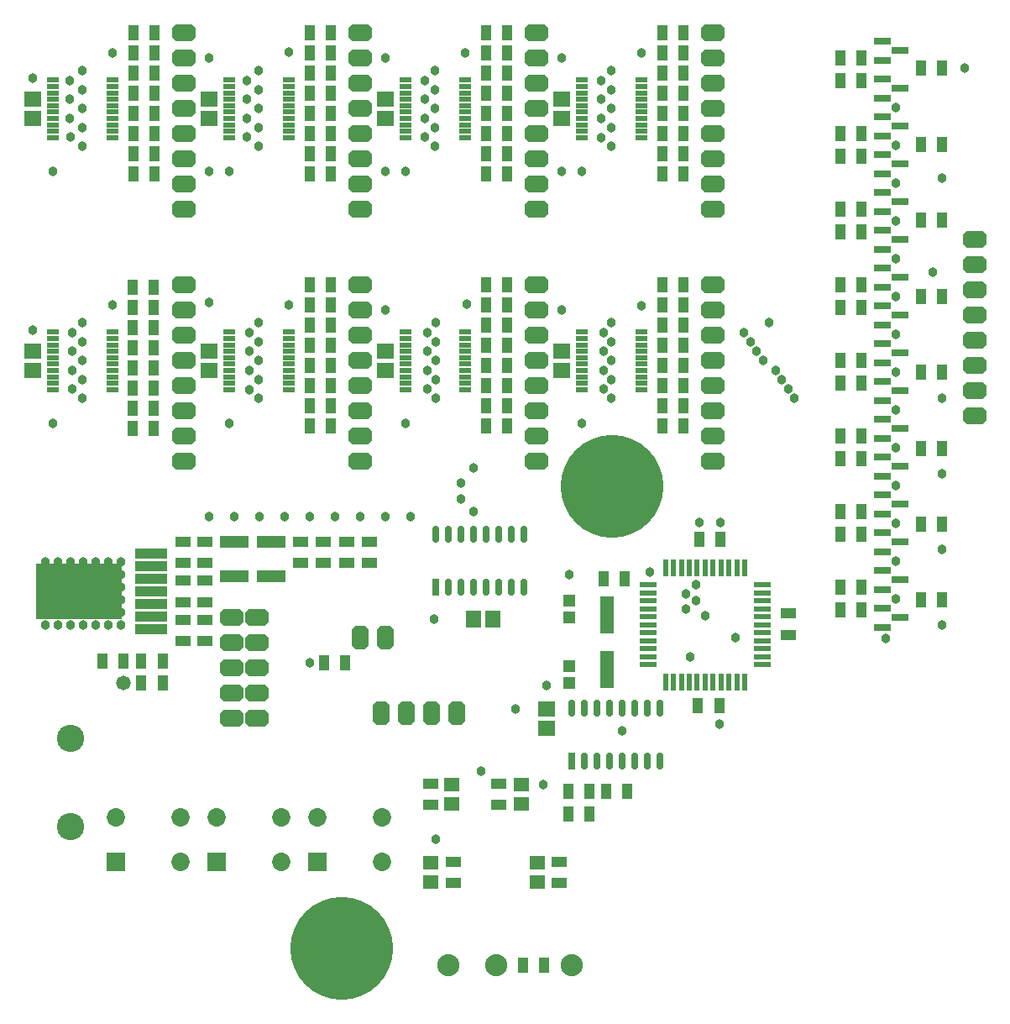
<source format=gts>
%FSTAX23Y23*%
%MOIN*%
%SFA1B1*%

%IPPOS*%
%AMD68*
4,1,8,-0.046500,0.017000,-0.046500,-0.017000,-0.029500,-0.034000,0.029500,-0.034000,0.046500,-0.017000,0.046500,0.017000,0.029500,0.034000,-0.029500,0.034000,-0.046500,0.017000,0.0*
%
%AMD69*
4,1,8,-0.017000,-0.046500,0.017000,-0.046500,0.034000,-0.029500,0.034000,0.029500,0.017000,0.046500,-0.017000,0.046500,-0.034000,0.029500,-0.034000,-0.029500,-0.017000,-0.046500,0.0*
%
%ADD50R,0.047370X0.051310*%
%ADD51R,0.041470X0.063120*%
%ADD52R,0.344220X0.218630*%
%ADD53R,0.128470X0.043040*%
%ADD54R,0.067060X0.023980*%
%ADD55R,0.023980X0.067060*%
%ADD56R,0.067060X0.059180*%
%ADD57R,0.118240X0.045400*%
%ADD58R,0.067060X0.031620*%
%ADD59R,0.055240X0.145790*%
%ADD60O,0.029650X0.067060*%
%ADD61R,0.029650X0.067060*%
%ADD62R,0.059180X0.053280*%
%ADD63R,0.047370X0.021780*%
%ADD64R,0.063120X0.041470*%
%ADD65R,0.059180X0.067060*%
%ADD66R,0.072960X0.072960*%
%ADD67C,0.072960*%
G04~CAMADD=68~4~0.0~0.0~680.0~930.0~0.0~170.0~0~0.0~0.0~0.0~0.0~0~0.0~0.0~0.0~0.0~0~0.0~0.0~0.0~90.0~930.0~680.0*
%ADD68D68*%
G04~CAMADD=69~4~0.0~0.0~680.0~930.0~0.0~170.0~0~0.0~0.0~0.0~0.0~0~0.0~0.0~0.0~0.0~0~0.0~0.0~0.0~180.0~680.0~930.0*
%ADD69D69*%
%ADD70C,0.038000*%
%ADD71C,0.088000*%
%ADD72C,0.058000*%
%ADD73C,0.408000*%
%ADD74C,0.108000*%
%LNledcube-1*%
%LPD*%
G54D50*
X0323Y02321D03*
Y02388D03*
Y02581D03*
Y02648D03*
G54D51*
X02257Y024D03*
X02342D03*
X04712Y0476D03*
X04627D03*
X03747Y0289D03*
X03832D03*
X01377Y02408D03*
X01462D03*
X01617Y02321D03*
X01532D03*
X01617Y02409D03*
X01532D03*
X03827Y0223D03*
X03742D03*
X03312Y0189D03*
X03227D03*
X03462D03*
X03377D03*
X03312Y018D03*
X03227D03*
X03367Y02735D03*
X03452D03*
X022Y049D03*
X02284D03*
X029D03*
X02984D03*
X036D03*
X03684D03*
X022Y0482D03*
X02284D03*
X029D03*
X02984D03*
X036D03*
X03684D03*
X022Y0474D03*
X02284D03*
X029D03*
X02984D03*
X036D03*
X03684D03*
X022Y0466D03*
X02284D03*
X029D03*
X02984D03*
X036D03*
X03684D03*
X022Y0458D03*
X02284D03*
X029D03*
X02984D03*
X036D03*
X03684D03*
X022Y045D03*
X02284D03*
X029D03*
X02984D03*
X036D03*
X03684D03*
X022Y0442D03*
X02284D03*
X029D03*
X02984D03*
X036D03*
X03684D03*
X015Y0434D03*
X01584D03*
X022D03*
X02284D03*
X029D03*
X02984D03*
X036D03*
X03684D03*
X01497Y0357D03*
X01582D03*
X01497Y0349D03*
X01582D03*
X01497Y0341D03*
X01582D03*
X04307Y027D03*
X04392D03*
X04307Y0261D03*
X04392D03*
X04307Y03D03*
X04392D03*
X04307Y0291D03*
X04392D03*
X04307Y033D03*
X04392D03*
X04307Y0321D03*
X04392D03*
X04307Y036D03*
X04392D03*
X04307Y0351D03*
X04392D03*
X04307Y039D03*
X04392D03*
X04307Y0381D03*
X04392D03*
X04307Y042D03*
X04392D03*
X04307Y0411D03*
X04392D03*
X04307Y045D03*
X04392D03*
X04307Y0441D03*
X04392D03*
X04307Y048D03*
X04392D03*
X04307Y0471D03*
X04392D03*
X04712Y0265D03*
X04627D03*
X04712Y02951D03*
X04627D03*
X04712Y03252D03*
X04627D03*
X04712Y03554D03*
X04627D03*
X04712Y03855D03*
X04627D03*
X04712Y04157D03*
X04627D03*
X04712Y04458D03*
X04627D03*
X03132Y012D03*
X03047D03*
X036Y0334D03*
X03684D03*
X036Y0342D03*
X03684D03*
X036Y035D03*
X03684D03*
X036Y0358D03*
X03684D03*
X036Y0366D03*
X03684D03*
X036Y0374D03*
X03684D03*
X036Y0382D03*
X03684D03*
X036Y039D03*
X03684D03*
X029Y0334D03*
X02984D03*
X029Y0342D03*
X02984D03*
X029Y035D03*
X02984D03*
X029Y0358D03*
X02984D03*
X029Y0366D03*
X02984D03*
X029Y0374D03*
X02984D03*
X029Y0382D03*
X02984D03*
X029Y039D03*
X02984D03*
X022Y0334D03*
X02284D03*
X01497Y0333D03*
X01582D03*
X022Y0342D03*
X02284D03*
X022Y035D03*
X02284D03*
X022Y0358D03*
X02284D03*
X022Y0366D03*
X02284D03*
X022Y0374D03*
X02284D03*
X022Y0382D03*
X02284D03*
X022Y039D03*
X02284D03*
X01497Y0373D03*
X01582D03*
X01497Y0381D03*
X01582D03*
X01497Y0365D03*
X01582D03*
X01497Y0389D03*
X01582D03*
X015Y0442D03*
X01584D03*
X015Y045D03*
X01584D03*
X015Y0458D03*
X01584D03*
X015Y0466D03*
X01584D03*
X015Y0474D03*
X01584D03*
X015Y0482D03*
X01584D03*
X015Y049D03*
X01584D03*
G54D52*
X01283Y02685D03*
G54D53*
X01571Y02535D03*
Y02585D03*
Y02635D03*
Y02685D03*
Y02735D03*
Y02785D03*
Y02835D03*
G54D54*
X03545Y0271D03*
Y02678D03*
Y02647D03*
Y02615D03*
Y02584D03*
Y02552D03*
Y02521D03*
Y02489D03*
Y02458D03*
Y02426D03*
Y02395D03*
X03997D03*
Y02426D03*
Y02458D03*
Y02489D03*
Y02521D03*
Y02552D03*
Y02584D03*
Y02615D03*
Y02647D03*
Y02678D03*
Y0271D03*
G54D55*
X03613Y02326D03*
X03645D03*
X03676D03*
X03708D03*
X03739D03*
X03771D03*
X03802D03*
X03834D03*
X03865D03*
X03897D03*
X03928D03*
Y02778D03*
X03897D03*
X03865D03*
X03834D03*
X03802D03*
X03771D03*
X03739D03*
X03708D03*
X03676D03*
X03645D03*
X03613D03*
G54D56*
X0314Y02142D03*
Y02217D03*
X032Y03562D03*
Y03637D03*
X025Y03562D03*
Y03637D03*
X018Y03562D03*
Y03637D03*
X011Y03562D03*
Y03637D03*
X032Y04562D03*
Y04637D03*
X025Y04562D03*
Y04637D03*
X018Y04562D03*
Y04637D03*
X011Y04562D03*
Y04637D03*
G54D57*
X01902Y02881D03*
Y02745D03*
X02046Y0288D03*
Y02745D03*
G54D58*
X04474Y04717D03*
Y04642D03*
X04545Y0468D03*
X04474Y02767D03*
Y02692D03*
X04545Y0273D03*
X04474Y02617D03*
Y02542D03*
X04545Y0258D03*
X04474Y03067D03*
Y02992D03*
X04545Y0303D03*
X04474Y02917D03*
Y02842D03*
X04545Y0288D03*
X04474Y03367D03*
Y03292D03*
X04545Y0333D03*
X04474Y03217D03*
Y03142D03*
X04545Y0318D03*
X04474Y03667D03*
Y03592D03*
X04545Y0363D03*
X04474Y03517D03*
Y03442D03*
X04545Y0348D03*
X04474Y03967D03*
Y03892D03*
X04545Y0393D03*
X04474Y03817D03*
Y03742D03*
X04545Y0378D03*
X04474Y04267D03*
Y04192D03*
X04545Y0423D03*
X04474Y04117D03*
Y04042D03*
X04545Y0408D03*
X04474Y04567D03*
Y04492D03*
X04545Y0453D03*
X04474Y04417D03*
Y04342D03*
X04545Y0438D03*
X04474Y04867D03*
Y04792D03*
X04545Y0483D03*
G54D59*
X0338Y02593D03*
Y02376D03*
G54D60*
X0359Y02222D03*
X0354D03*
X0349D03*
X0344D03*
X0339D03*
X0334D03*
X0329D03*
X0324D03*
X0359Y0201D03*
X0354D03*
X0349D03*
X0344D03*
X0339D03*
X0334D03*
X0329D03*
X0275Y027D03*
X028D03*
X0285D03*
X029D03*
X0295D03*
X03D03*
X0305D03*
X027Y02912D03*
X0275D03*
X028D03*
X0285D03*
X029D03*
X0295D03*
X03D03*
X0305D03*
G54D61*
X0324Y0201D03*
X027Y027D03*
G54D62*
X0268Y0153D03*
Y01609D03*
X02764Y0184D03*
Y01919D03*
X0304Y0184D03*
Y01919D03*
X03105Y0153D03*
Y01609D03*
G54D63*
X01881Y03715D03*
Y03689D03*
Y03663D03*
Y03638D03*
Y03612D03*
Y03587D03*
Y03561D03*
Y03536D03*
Y0351D03*
Y03484D03*
X02118D03*
Y0351D03*
Y03536D03*
Y03561D03*
Y03587D03*
Y03612D03*
Y03638D03*
Y03663D03*
Y03689D03*
Y03715D03*
X01181Y04715D03*
Y04689D03*
Y04663D03*
Y04638D03*
Y04612D03*
Y04587D03*
Y04561D03*
Y04536D03*
Y0451D03*
Y04484D03*
X01418D03*
Y0451D03*
Y04536D03*
Y04561D03*
Y04587D03*
Y04612D03*
Y04638D03*
Y04663D03*
Y04689D03*
Y04715D03*
X01881D03*
Y04689D03*
Y04663D03*
Y04638D03*
Y04612D03*
Y04587D03*
Y04561D03*
Y04536D03*
Y0451D03*
Y04484D03*
X02118D03*
Y0451D03*
Y04536D03*
Y04561D03*
Y04587D03*
Y04612D03*
Y04638D03*
Y04663D03*
Y04689D03*
Y04715D03*
X02581D03*
Y04689D03*
Y04663D03*
Y04638D03*
Y04612D03*
Y04587D03*
Y04561D03*
Y04536D03*
Y0451D03*
Y04484D03*
X02818D03*
Y0451D03*
Y04536D03*
Y04561D03*
Y04587D03*
Y04612D03*
Y04638D03*
Y04663D03*
Y04689D03*
Y04715D03*
X03281D03*
Y04689D03*
Y04663D03*
Y04638D03*
Y04612D03*
Y04587D03*
Y04561D03*
Y04536D03*
Y0451D03*
Y04484D03*
X03518D03*
Y0451D03*
Y04536D03*
Y04561D03*
Y04587D03*
Y04612D03*
Y04638D03*
Y04663D03*
Y04689D03*
Y04715D03*
X01181Y03715D03*
Y03689D03*
Y03663D03*
Y03638D03*
Y03612D03*
Y03587D03*
Y03561D03*
Y03536D03*
Y0351D03*
Y03484D03*
X01418D03*
Y0351D03*
Y03536D03*
Y03561D03*
Y03587D03*
Y03612D03*
Y03638D03*
Y03663D03*
Y03689D03*
Y03715D03*
X03281D03*
Y03689D03*
Y03663D03*
Y03638D03*
Y03612D03*
Y03587D03*
Y03561D03*
Y03536D03*
Y0351D03*
Y03484D03*
X03518D03*
Y0351D03*
Y03536D03*
Y03561D03*
Y03587D03*
Y03612D03*
Y03638D03*
Y03663D03*
Y03689D03*
Y03715D03*
X02581D03*
Y03689D03*
Y03663D03*
Y03638D03*
Y03612D03*
Y03587D03*
Y03561D03*
Y03536D03*
Y0351D03*
Y03484D03*
X02818D03*
Y0351D03*
Y03536D03*
Y03561D03*
Y03587D03*
Y03612D03*
Y03638D03*
Y03663D03*
Y03689D03*
Y03715D03*
G54D64*
X01785Y02797D03*
Y02882D03*
X01696Y02797D03*
Y02882D03*
X02255Y02797D03*
Y02882D03*
X02164Y02797D03*
Y02882D03*
X01785Y02642D03*
Y02727D03*
X01696D03*
Y02642D03*
X01785Y02487D03*
Y02572D03*
X01696Y02487D03*
Y02572D03*
X0268Y01837D03*
Y01922D03*
X0295Y01837D03*
Y01922D03*
X02346Y02797D03*
Y02882D03*
X02437Y02797D03*
Y02882D03*
X041Y02597D03*
Y02512D03*
X0319Y01528D03*
Y01612D03*
X0277D03*
Y01528D03*
G54D65*
X02852Y02575D03*
X02927D03*
G54D66*
X02232Y01611D03*
X01832D03*
X01432D03*
G54D67*
X02232Y01788D03*
X02487D03*
Y01611D03*
X02087D03*
Y01788D03*
X01832D03*
X01687Y01611D03*
Y01788D03*
X01432D03*
G54D68*
X0484Y0338D03*
Y0348D03*
Y0358D03*
Y0368D03*
Y0378D03*
Y0388D03*
Y0398D03*
Y0408D03*
X0199Y0218D03*
Y0228D03*
Y0238D03*
Y0248D03*
Y0258D03*
X0189Y0218D03*
Y0228D03*
Y0238D03*
Y0248D03*
Y0258D03*
X017Y049D03*
Y048D03*
Y047D03*
Y046D03*
Y045D03*
Y044D03*
Y043D03*
Y042D03*
X024Y049D03*
Y048D03*
Y047D03*
Y046D03*
Y045D03*
Y044D03*
Y043D03*
Y042D03*
X031Y049D03*
Y048D03*
Y047D03*
Y046D03*
Y045D03*
Y044D03*
Y043D03*
Y042D03*
X038Y049D03*
Y048D03*
Y047D03*
Y046D03*
Y045D03*
Y044D03*
Y043D03*
Y042D03*
X017Y039D03*
Y038D03*
Y037D03*
Y036D03*
Y035D03*
Y034D03*
Y033D03*
Y032D03*
X024Y039D03*
Y038D03*
Y037D03*
Y036D03*
Y035D03*
Y034D03*
Y033D03*
Y032D03*
X031Y039D03*
Y038D03*
Y037D03*
Y036D03*
Y035D03*
Y034D03*
Y033D03*
Y032D03*
X038Y039D03*
Y038D03*
Y037D03*
Y036D03*
Y035D03*
Y034D03*
Y033D03*
Y032D03*
G54D69*
X02485Y022D03*
X02585D03*
X02685D03*
X02785D03*
X024Y025D03*
X025D03*
G54D70*
X03366Y03488D03*
X02667Y03487D03*
X01962Y03485D03*
X01259Y03488D03*
X03358Y04484D03*
X02656Y04487D03*
X0195Y04637D03*
Y04487D03*
X01249Y04712D03*
X01247Y04562D03*
X0125Y04487D03*
X026Y0298D03*
X025D03*
X024D03*
X023D03*
X022D03*
X021D03*
X02D03*
X019D03*
X018D03*
X0115Y028D03*
X012D03*
X0125D03*
X013D03*
X02693Y02575D03*
X0355Y0276D03*
X03771Y02588D03*
X022Y024D03*
X03518Y04821D03*
X02818D03*
X02118Y04826D03*
X01418Y04821D03*
X01997Y0345D03*
X01418Y03821D03*
X02118Y03823D03*
X02825Y03825D03*
X03518Y03818D03*
X028Y03115D03*
X0285Y03175D03*
X028Y0305D03*
X0285Y03D03*
X027Y03675D03*
X04Y036D03*
X03925Y03712D03*
X03975Y03637D03*
X0405Y03562D03*
X041Y03487D03*
X04025Y0375D03*
X0395Y03675D03*
X04075Y03525D03*
X04125Y0345D03*
X03358Y04712D03*
X03397Y04675D03*
X03358Y04637D03*
X03397Y046D03*
X03358Y04562D03*
X03397Y04525D03*
Y0445D03*
Y0475D03*
X02656Y04712D03*
X02697Y04675D03*
X02656Y04637D03*
X02697Y046D03*
X02656Y04562D03*
X02697Y04525D03*
Y0445D03*
Y0475D03*
X0195Y04712D03*
X01997Y04675D03*
Y046D03*
X0195Y04562D03*
X01997Y04525D03*
Y0445D03*
Y0475D03*
X01297Y04675D03*
X01247Y04637D03*
X01297Y046D03*
Y04525D03*
Y0445D03*
Y0475D03*
X01259Y03712D03*
X01297Y03675D03*
X01259Y03637D03*
X01297Y036D03*
X01259Y03562D03*
X01297Y03525D03*
Y0345D03*
Y0375D03*
X01962Y03712D03*
X01997Y03675D03*
X01962Y03637D03*
X01997Y036D03*
X01962Y03562D03*
X01997Y03525D03*
Y0375D03*
X027D03*
X03397D03*
X027Y0345D03*
Y03525D03*
X02667Y03562D03*
X027Y036D03*
X02667Y03637D03*
Y03712D03*
X03366D03*
Y03637D03*
Y03562D03*
X03397Y0345D03*
Y03525D03*
Y036D03*
Y03675D03*
X048Y0476D03*
X04712Y04325D03*
X04675Y0395D03*
X04712Y03452D03*
Y03152D03*
Y02852D03*
Y02552D03*
X0371Y02425D03*
X03735Y02647D03*
Y0271D03*
X03695Y02675D03*
Y02615D03*
X03747Y02957D03*
X03832D03*
X03827Y02157D03*
X0389Y025D03*
X027Y017D03*
X03142Y02312D03*
X0323Y0275D03*
X025Y038D03*
X032D03*
X018Y0383D03*
X011Y0372D03*
Y0472D03*
X018Y048D03*
X032D03*
X025D03*
X01181Y04351D03*
X01881D03*
X02581D03*
X03281D03*
Y03351D03*
X02581D03*
X01881D03*
X01181D03*
X018Y0435D03*
X025D03*
X032D03*
X0344Y0213D03*
X0288Y0197D03*
X03017Y02217D03*
X03129Y01919D03*
X04487Y02499D03*
X04526Y02654D03*
Y02804D03*
Y02954D03*
Y03104D03*
Y03254D03*
Y03404D03*
Y03554D03*
Y03704D03*
Y03854D03*
Y04004D03*
Y04154D03*
Y04304D03*
Y04454D03*
Y04604D03*
X0115Y0255D03*
Y026D03*
Y0265D03*
Y027D03*
Y0275D03*
X012Y0255D03*
X0125D03*
X013D03*
X0135D03*
X014D03*
Y026D03*
X0135D03*
X013D03*
X0125D03*
X012D03*
Y0265D03*
X0135Y028D03*
X014D03*
X0145D03*
Y0275D03*
X014D03*
X0135D03*
X013D03*
X0125D03*
X012D03*
Y027D03*
X0125D03*
X013D03*
X0135D03*
X014D03*
X0145D03*
Y0265D03*
X014D03*
X0135D03*
X013D03*
X0125D03*
X0145Y026D03*
Y0255D03*
G54D71*
X0294Y012D03*
X0275D03*
X0324D03*
G54D72*
X0146Y0232D03*
G54D73*
X02326Y01269D03*
X034Y031D03*
G54D74*
X0125Y021D03*
Y0175D03*
M02*
</source>
